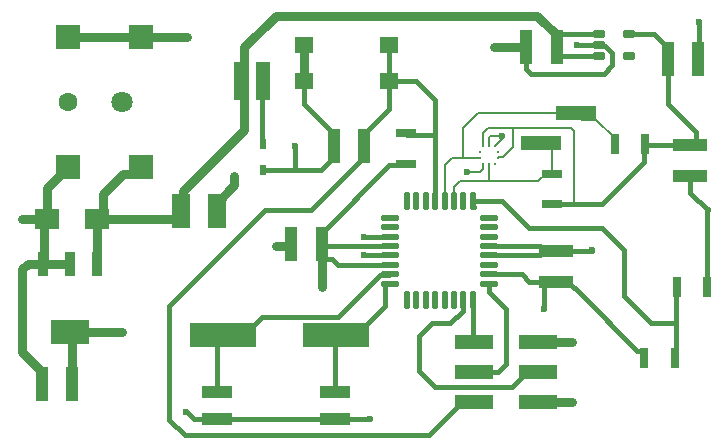
<source format=gtl>
G04*
G04 #@! TF.GenerationSoftware,Altium Limited,Altium Designer,22.2.1 (43)*
G04*
G04 Layer_Physical_Order=1*
G04 Layer_Color=255*
%FSLAX25Y25*%
%MOIN*%
G70*
G04*
G04 #@! TF.SameCoordinates,AAFBACAA-EC33-4654-A321-DB7F653A4B28*
G04*
G04*
G04 #@! TF.FilePolarity,Positive*
G04*
G01*
G75*
%ADD10C,0.00787*%
%ADD15R,0.12520X0.05000*%
%ADD16R,0.11811X0.03937*%
%ADD17R,0.13504X0.05000*%
%ADD18R,0.03937X0.11811*%
G04:AMPARAMS|DCode=19|XSize=25.98mil|YSize=41.34mil|CornerRadius=6.89mil|HoleSize=0mil|Usage=FLASHONLY|Rotation=90.000|XOffset=0mil|YOffset=0mil|HoleType=Round|Shape=RoundedRectangle|*
%AMROUNDEDRECTD19*
21,1,0.02598,0.02757,0,0,90.0*
21,1,0.01221,0.04134,0,0,90.0*
1,1,0.01377,0.01378,0.00611*
1,1,0.01377,0.01378,-0.00611*
1,1,0.01377,-0.01378,-0.00611*
1,1,0.01377,-0.01378,0.00611*
%
%ADD19ROUNDEDRECTD19*%
%ADD20R,0.04528X0.12598*%
%ADD21R,0.07874X0.07874*%
%ADD22R,0.05940X0.11200*%
%ADD23R,0.02400X0.03500*%
%ADD24R,0.08400X0.07087*%
%ADD25R,0.08400X0.07087*%
G04:AMPARAMS|DCode=26|XSize=62.99mil|YSize=19.68mil|CornerRadius=5.22mil|HoleSize=0mil|Usage=FLASHONLY|Rotation=270.000|XOffset=0mil|YOffset=0mil|HoleType=Round|Shape=RoundedRectangle|*
%AMROUNDEDRECTD26*
21,1,0.06299,0.00925,0,0,270.0*
21,1,0.05256,0.01968,0,0,270.0*
1,1,0.01043,-0.00463,-0.02628*
1,1,0.01043,-0.00463,0.02628*
1,1,0.01043,0.00463,0.02628*
1,1,0.01043,0.00463,-0.02628*
%
%ADD26ROUNDEDRECTD26*%
G04:AMPARAMS|DCode=27|XSize=62.99mil|YSize=19.68mil|CornerRadius=5.22mil|HoleSize=0mil|Usage=FLASHONLY|Rotation=180.000|XOffset=0mil|YOffset=0mil|HoleType=Round|Shape=RoundedRectangle|*
%AMROUNDEDRECTD27*
21,1,0.06299,0.00925,0,0,180.0*
21,1,0.05256,0.01968,0,0,180.0*
1,1,0.01043,-0.02628,0.00463*
1,1,0.01043,0.02628,0.00463*
1,1,0.01043,0.02628,-0.00463*
1,1,0.01043,-0.02628,-0.00463*
%
%ADD27ROUNDEDRECTD27*%
%ADD28R,0.06693X0.02559*%
%ADD29R,0.22047X0.08268*%
%ADD30R,0.06299X0.05512*%
%ADD31R,0.02559X0.06693*%
%ADD32R,0.01083X0.00984*%
%ADD33R,0.00984X0.01083*%
%ADD34R,0.09882X0.04331*%
%ADD35R,0.12795X0.08465*%
%ADD36R,0.03740X0.08465*%
%ADD59C,0.01575*%
%ADD60C,0.03150*%
%ADD61C,0.01500*%
%ADD62C,0.07087*%
%ADD63C,0.06299*%
%ADD64C,0.02362*%
D10*
X167809Y102730D02*
Y103498D01*
X165669Y100541D02*
Y100591D01*
X167809Y102730D01*
Y103498D02*
X168110Y103799D01*
X164162D02*
X168110D01*
X163701Y103338D02*
X164162Y103799D01*
X163701Y100541D02*
Y103338D01*
X180118Y88779D02*
X182579Y91240D01*
X184646D01*
X163701Y88779D02*
X180118D01*
X182539Y101299D02*
X184646Y99193D01*
Y91240D02*
Y99193D01*
X181063Y101299D02*
X182539D01*
X171653Y99980D02*
Y106299D01*
X190945D01*
X168327Y96654D02*
X171653Y99980D01*
X163406Y106299D02*
X171653D01*
X166801Y96654D02*
X168327D01*
X166703Y96555D02*
X166801Y96654D01*
X191831Y81201D02*
Y105413D01*
X166703Y96555D02*
X166752D01*
X161732Y100541D02*
Y104626D01*
X163406Y106299D01*
X190945D02*
X191831Y105413D01*
X194665Y109193D02*
X199444D01*
X205610Y100960D02*
Y103027D01*
X199444Y109193D02*
X205610Y103027D01*
X192559Y111299D02*
X194665Y109193D01*
X155118Y106299D02*
X160118Y111299D01*
X192559D01*
X155118Y96555D02*
Y106299D01*
X205271Y101299D02*
X205610Y100960D01*
X148819Y82008D02*
Y93996D01*
X151969Y82008D02*
Y86811D01*
X153937Y88779D02*
X163701D01*
X151969Y86811D02*
X153937Y88779D01*
X151378Y96555D02*
X155118D01*
X148819Y93996D02*
X151378Y96555D01*
X156201Y91634D02*
X160551D01*
X155118Y96555D02*
X160699D01*
X163701Y88779D02*
Y94537D01*
X160551Y91634D02*
X161732Y92815D01*
Y94537D01*
D15*
X158543Y25197D02*
D03*
X180039D02*
D03*
Y15197D02*
D03*
X158543D02*
D03*
Y35197D02*
D03*
X180039D02*
D03*
D16*
X186070Y55246D02*
D03*
Y65482D02*
D03*
X230709Y100787D02*
D03*
Y90551D02*
D03*
D17*
X192559Y111299D02*
D03*
X181063Y101299D02*
D03*
D18*
X107874Y67635D02*
D03*
X97638D02*
D03*
X122047Y100591D02*
D03*
X111811D02*
D03*
X233465Y129317D02*
D03*
X223228D02*
D03*
X175984Y133500D02*
D03*
X186220D02*
D03*
X14567Y21260D02*
D03*
X24803D02*
D03*
D19*
X200236Y137795D02*
D03*
Y134055D02*
D03*
Y130315D02*
D03*
X210433D02*
D03*
Y137795D02*
D03*
D20*
X88189Y122244D02*
D03*
X81102D02*
D03*
D21*
X23425Y136811D02*
D03*
X47638D02*
D03*
X23425Y93504D02*
D03*
X47638D02*
D03*
D22*
X61006Y78937D02*
D03*
X72852D02*
D03*
D23*
X88292Y92323D02*
D03*
Y100984D02*
D03*
D24*
X33071Y76181D02*
D03*
D25*
X16271D02*
D03*
D26*
X136220Y82008D02*
D03*
X139370D02*
D03*
X142520D02*
D03*
X145669D02*
D03*
X148819D02*
D03*
X151969D02*
D03*
X155118D02*
D03*
X158268D02*
D03*
Y49095D02*
D03*
X155118D02*
D03*
X151969D02*
D03*
X148819D02*
D03*
X145669D02*
D03*
X142520D02*
D03*
X139370D02*
D03*
X136220D02*
D03*
D27*
X163701Y76575D02*
D03*
Y73425D02*
D03*
Y70276D02*
D03*
Y67126D02*
D03*
Y63976D02*
D03*
Y60827D02*
D03*
Y57677D02*
D03*
Y54528D02*
D03*
X130787D02*
D03*
Y57677D02*
D03*
Y60827D02*
D03*
Y63976D02*
D03*
Y67126D02*
D03*
Y70276D02*
D03*
Y73425D02*
D03*
Y76575D02*
D03*
D28*
X135827Y94587D02*
D03*
Y104626D02*
D03*
X184646Y81201D02*
D03*
Y91240D02*
D03*
D29*
X75098Y37402D02*
D03*
X112500D02*
D03*
D30*
X101968Y122244D02*
D03*
X130315D02*
D03*
X101968Y134055D02*
D03*
X130315D02*
D03*
D31*
X236220Y53347D02*
D03*
X226181D02*
D03*
X215453Y29724D02*
D03*
X225492D02*
D03*
X215650Y100960D02*
D03*
X205610D02*
D03*
D32*
X160699Y98524D02*
D03*
Y96555D02*
D03*
X166703D02*
D03*
Y98524D02*
D03*
D33*
X161732Y94537D02*
D03*
X163701D02*
D03*
X165669D02*
D03*
Y100541D02*
D03*
X163701D02*
D03*
X161732D02*
D03*
D34*
X112205Y18504D02*
D03*
Y9449D02*
D03*
X72835Y18504D02*
D03*
Y9449D02*
D03*
D35*
X24016Y38386D02*
D03*
D36*
X14961Y61221D02*
D03*
X24016D02*
D03*
X33071D02*
D03*
D59*
X111811Y96654D02*
Y104528D01*
X98819Y92323D02*
X107480D01*
X111811Y96654D01*
X101968Y114370D02*
X106299Y110039D01*
X106299D01*
X111811Y104528D01*
X101968Y114370D02*
Y122244D01*
X122047Y96654D02*
Y104528D01*
X130315Y112795D02*
Y122244D01*
X122047Y104528D02*
X130315Y112795D01*
X88851Y79009D02*
X104402D01*
X122047Y96654D01*
X57087Y47244D02*
X88851Y79009D01*
X57087Y9210D02*
Y47244D01*
Y9210D02*
X62163Y4134D01*
X143720D01*
X154783Y15197D01*
X158543D01*
X135827Y104626D02*
X136319Y104134D01*
X138386D01*
X145669D01*
X133760Y94587D02*
X135827D01*
X133268Y94095D02*
X133760Y94587D01*
X130397Y94095D02*
X133268D01*
X107874Y71572D02*
X130397Y94095D01*
X107874Y67635D02*
Y71572D01*
X197945Y65615D02*
X198078Y65748D01*
X186070Y65482D02*
X186203Y65615D01*
X197945D01*
X72835Y9449D02*
X112205D01*
X62811Y11811D02*
X65174Y9449D01*
X72835D01*
X62598Y11811D02*
X62811D01*
X176939Y55246D02*
X183314D01*
X182133Y54065D02*
X183314Y55246D01*
X182133Y46113D02*
Y54065D01*
X183314Y55246D02*
X186070D01*
X191831Y81201D02*
X201402D01*
X184646D02*
X191831D01*
X176939Y72963D02*
X201447D01*
X208661Y65748D01*
Y50394D02*
Y65748D01*
X167894Y82008D02*
X176939Y72963D01*
X158268Y82008D02*
X167894D01*
X163701Y63976D02*
X180627D01*
X182133Y65482D01*
X186070D01*
X180489Y67126D02*
X182133Y65482D01*
X163701Y67126D02*
X180489D01*
X174508Y57677D02*
X176939Y55246D01*
X186070D02*
X190007D01*
X194156Y51097D01*
Y51021D02*
Y51097D01*
X215453Y29724D02*
Y31641D01*
X214961Y32133D02*
X215453Y31641D01*
X213044Y32133D02*
X214961D01*
X194156Y51021D02*
X213044Y32133D01*
X163701Y57677D02*
X174508D01*
X223228Y114370D02*
Y129317D01*
X201402Y81201D02*
X215453Y95252D01*
Y100763D02*
X215650Y100960D01*
X215453Y95252D02*
Y100763D01*
X230709Y100787D02*
X231299D01*
X215626D02*
X231299D01*
X108383Y67126D02*
X130787D01*
X107874Y67635D02*
X108383Y67126D01*
X113287Y60827D02*
X130787D01*
X111209Y62905D02*
X113287Y60827D01*
X109055Y62905D02*
X111209D01*
X107874Y64086D02*
X109055Y62905D01*
X175984Y125984D02*
Y133500D01*
Y125984D02*
X177559Y124409D01*
X201833D01*
X204724Y127301D01*
Y131391D01*
X200630Y133661D02*
X202454D01*
X200236Y134055D02*
X200630Y133661D01*
X202454D02*
X204724Y131391D01*
X230709Y84941D02*
X236516Y79134D01*
X230709Y84941D02*
Y90551D01*
X231717Y89543D01*
X232480Y101969D02*
Y105118D01*
X231299Y100787D02*
X232480Y101969D01*
X223228Y114370D02*
X225197Y112402D01*
X225197D01*
X232480Y105118D01*
X171161Y20079D02*
X176279Y25197D01*
X180039D01*
X145669Y20079D02*
X171161D01*
X140285Y25463D02*
X145669Y20079D01*
X140285Y25463D02*
Y37135D01*
X144488Y41339D01*
X154823Y45547D02*
Y48799D01*
X144488Y41339D02*
X150614D01*
X154823Y48799D02*
X155118Y49095D01*
X150614Y41339D02*
X154823Y45547D01*
X166791Y25197D02*
X169291Y27697D01*
X158543Y25197D02*
X166791D01*
X169291Y27697D02*
Y46113D01*
X163701Y51704D02*
X169291Y46113D01*
X163701Y51704D02*
Y54528D01*
X158268Y35473D02*
X158543Y35197D01*
X158268Y35473D02*
Y49095D01*
X78589Y90422D02*
X78740Y90573D01*
X72852Y78937D02*
Y81567D01*
Y78937D02*
X74803Y80888D01*
X88292Y92323D02*
X98819D01*
Y100591D01*
X208661Y50394D02*
X217520Y41535D01*
X225837D02*
Y53002D01*
Y30069D02*
Y41535D01*
X217520D02*
X225837D01*
Y53002D02*
X226181Y53347D01*
X225492Y29724D02*
X225837Y30069D01*
X122047Y63976D02*
X130787D01*
X158268Y80515D02*
Y82008D01*
X145669D02*
Y104134D01*
X122047Y70276D02*
X130787D01*
X158268Y80515D02*
X158563Y80220D01*
X236368Y53494D02*
Y78986D01*
X236220Y53347D02*
X236368Y53494D01*
Y78986D02*
X236516Y79134D01*
X233563Y129416D02*
Y141732D01*
X233465Y129317D02*
X233563Y129416D01*
Y141732D02*
X233661Y141831D01*
X145669Y104134D02*
Y115748D01*
X130315Y122244D02*
X139173D01*
X145669Y115748D01*
X218687Y137795D02*
X223228Y133254D01*
X209213Y137795D02*
X218687D01*
X223228Y129317D02*
Y133254D01*
X112205Y9449D02*
X124016D01*
X130315Y122244D02*
Y134055D01*
X192913D02*
X200236D01*
X186220Y131496D02*
X187401Y130315D01*
X200236D01*
X186220Y131496D02*
Y133500D01*
Y136614D02*
X187401Y137795D01*
X200236D01*
X87343Y122244D02*
X87880Y121707D01*
Y101397D02*
X88292Y100984D01*
X87880Y101397D02*
Y121707D01*
X236220Y53347D02*
X236516Y53051D01*
D60*
X107874Y53347D02*
Y62905D01*
Y64086D01*
Y67635D01*
X97638Y67126D02*
Y67635D01*
X92520Y67126D02*
X97638D01*
X7998Y31766D02*
Y59376D01*
Y76181D02*
X16271D01*
X180039Y35197D02*
X191339D01*
X180039Y15197D02*
X191339D01*
X24803Y21260D02*
Y37598D01*
X24016Y38386D02*
X24803Y37598D01*
X7998Y59376D02*
X9843Y61221D01*
X7998Y31766D02*
X14567Y25197D01*
Y21260D02*
Y25197D01*
X9843Y61221D02*
X14961D01*
X72852Y81567D02*
X78589Y87305D01*
Y90422D01*
X165354Y133500D02*
X175984D01*
X24016Y38386D02*
X41339D01*
X47638Y136811D02*
X62992D01*
X186220Y136614D02*
Y137437D01*
Y133500D02*
Y136614D01*
X179760Y143898D02*
X186220Y137437D01*
X92520Y143898D02*
X179760D01*
X81949Y122244D02*
Y133327D01*
X92520Y143898D01*
X101968Y122244D02*
Y134055D01*
X61617Y85436D02*
X81949Y105768D01*
Y122244D01*
X61006Y78937D02*
X61617Y79548D01*
Y85436D01*
X33071Y76181D02*
X59611D01*
X33071D02*
X33071D01*
X35039Y78150D01*
Y84449D01*
X41732Y91142D01*
X45276D02*
X47638Y93504D01*
X41732Y91142D02*
X45276D01*
X59611Y76181D02*
X61006Y77576D01*
Y78937D01*
X33071Y61221D02*
Y76181D01*
X15256Y61516D02*
Y75166D01*
X14961Y61221D02*
X15256Y61516D01*
Y75166D02*
X16271Y76181D01*
Y86350D01*
X23425Y93504D01*
X14961Y61221D02*
X24016D01*
X23425Y136811D02*
X47638D01*
D61*
X129294Y54528D02*
X130787D01*
X128962Y54195D02*
X129294Y54528D01*
X113415Y43504D02*
X127255Y57345D01*
X81988Y37402D02*
X88090Y43504D01*
X113415D01*
X127255Y57345D02*
X130455D01*
X130787Y57677D01*
X75098Y37402D02*
X81988D01*
X128962Y46973D02*
Y54195D01*
X119390Y37402D02*
X128962Y46973D01*
X112500Y37402D02*
X119390D01*
X72835Y35138D02*
X75098Y37402D01*
X72835Y18504D02*
Y35138D01*
X112205Y37106D02*
X112500Y37402D01*
X112205Y18504D02*
Y37106D01*
D62*
X41142Y115157D02*
D03*
D63*
X23425D02*
D03*
D64*
X62598Y11811D02*
D03*
X182133Y46113D02*
D03*
X168110Y103799D02*
D03*
X107874Y53347D02*
D03*
X92520Y67126D02*
D03*
X192913Y134055D02*
D03*
X7998Y76181D02*
D03*
X191339Y35197D02*
D03*
Y15197D02*
D03*
X78740Y90573D02*
D03*
X236516Y79134D02*
D03*
X233661Y141831D02*
D03*
X198078Y65748D02*
D03*
X165354Y133500D02*
D03*
X98819Y100591D02*
D03*
X124016Y9449D02*
D03*
X122047Y70276D02*
D03*
Y63976D02*
D03*
X156201Y91634D02*
D03*
X62992Y136811D02*
D03*
X41339Y38386D02*
D03*
M02*

</source>
